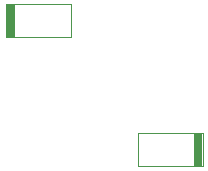
<source format=gbr>
G04*
G04 #@! TF.GenerationSoftware,Altium Limited,Altium Designer,22.9.1 (49)*
G04*
G04 Layer_Color=32896*
%FSTAX24Y24*%
%MOIN*%
G70*
G04*
G04 #@! TF.SameCoordinates,D3726A14-7932-4F0B-9928-97F3702F6CAB*
G04*
G04*
G04 #@! TF.FilePolarity,Positive*
G04*
G01*
G75*
%ADD76C,0.0039*%
D76*
X015617Y030749D02*
Y031851D01*
X017783Y030749D02*
Y031851D01*
X015617D02*
X017783D01*
X015617Y030749D02*
X017783D01*
X015909D02*
Y031851D01*
X015879Y030749D02*
Y031851D01*
X01585Y030749D02*
Y031851D01*
X01582Y030749D02*
Y031851D01*
X015761Y030749D02*
Y031851D01*
X015731Y030749D02*
Y031851D01*
X015702Y030749D02*
Y031851D01*
X015672Y030749D02*
Y031851D01*
X015653Y030749D02*
Y031851D01*
X01579Y030749D02*
Y031851D01*
X022183Y026449D02*
Y027551D01*
X020017Y026449D02*
Y027551D01*
Y026449D02*
X022183D01*
X020017Y027551D02*
X022183D01*
X021891Y026449D02*
Y027551D01*
X021921Y026449D02*
Y027551D01*
X02195Y026449D02*
Y027551D01*
X02198Y026449D02*
Y027551D01*
X022039Y026449D02*
Y027551D01*
X022069Y026449D02*
Y027551D01*
X022098Y026449D02*
Y027551D01*
X022128Y026449D02*
Y027551D01*
X022147Y026449D02*
Y027551D01*
X02201Y026449D02*
Y027551D01*
M02*

</source>
